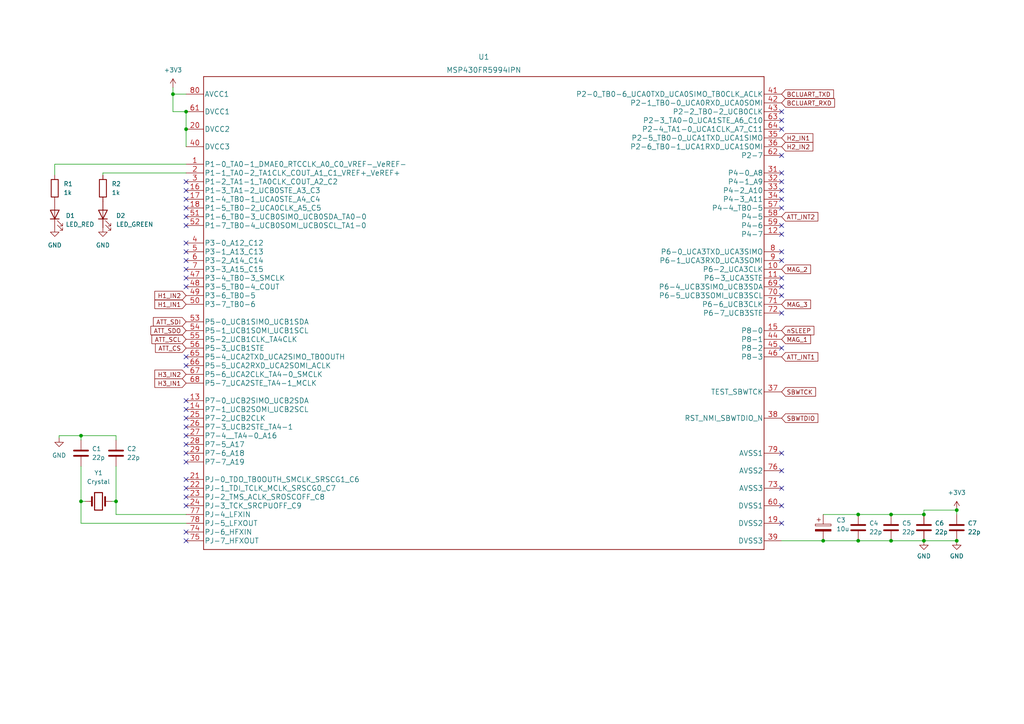
<source format=kicad_sch>
(kicad_sch (version 20211123) (generator eeschema)
  (paper "A4")
  (lib_symbols
    (symbol "Device:C" (pin_numbers hide) (pin_names (offset 0.254))
      (property "Reference" "C" (at 0.635 2.54 0))
      (property "Value" "C" (at 0.635 -2.54 0))
      (symbol "C_0_1"
        (polyline (pts (xy -2.032 -0.762) (xy 2.032 -0.762)) (stroke (width 0.508)))
        (polyline (pts (xy -2.032 0.762) (xy 2.032 0.762)) (stroke (width 0.508)))
      )
      (symbol "C_1_1"
        (pin passive line (at 0 3.81 270) (length 2.794) (name "~") (number "1"))
        (pin passive line (at 0 -3.81 90) (length 2.794) (name "~") (number "2"))
      )
    )
    (symbol "Device:C_Polarized" (pin_numbers hide) (pin_names (offset 0.254))
      (property "Reference" "C" (at 0.635 2.54 0))
      (property "Value" "C_Polarized" (at 0.635 -2.54 0))
      (symbol "C_Polarized_0_1"
        (rectangle (start -2.286 0.508) (end 2.286 1.016))
        (polyline (pts (xy -1.778 2.286) (xy -0.762 2.286)))
        (polyline (pts (xy -1.27 2.794) (xy -1.27 1.778)))
        (rectangle (start 2.286 -0.508) (end -2.286 -1.016) (fill (type outline)))
      )
      (symbol "C_Polarized_1_1"
        (pin passive line (at 0 3.81 270) (length 2.794) (name "~") (number "1"))
        (pin passive line (at 0 -3.81 90) (length 2.794) (name "~") (number "2"))
      )
    )
    (symbol "Device:Crystal" (pin_numbers hide) (pin_names (offset 1.016) hide)
      (property "Reference" "Y" (at 0 3.81 0))
      (property "Value" "Crystal" (at 0 -3.81 0))
      (symbol "Crystal_0_1"
        (rectangle (start -1.143 2.54) (end 1.143 -2.54) (stroke (width 0.3048)))
        (polyline (pts (xy -2.54 0) (xy -1.905 0)))
        (polyline (pts (xy -1.905 -1.27) (xy -1.905 1.27)) (stroke (width 0.508)))
        (polyline (pts (xy 1.905 -1.27) (xy 1.905 1.27)) (stroke (width 0.508)))
        (polyline (pts (xy 2.54 0) (xy 1.905 0)))
      )
      (symbol "Crystal_1_1"
        (pin passive line (at -3.81 0 0) (length 1.27) (name "1") (number "1"))
        (pin passive line (at 3.81 0 180) (length 1.27) (name "2") (number "2"))
      )
    )
    (symbol "Device:LED" (pin_numbers hide) (pin_names (offset 1.016) hide)
      (property "Reference" "D" (at 0 2.54 0))
      (property "Value" "LED" (at 0 -2.54 0))
      (symbol "LED_0_1"
        (polyline (pts (xy -1.27 -1.27) (xy -1.27 1.27)) (stroke (width 0.254)))
        (polyline (pts (xy -1.27 0) (xy 1.27 0)))
        (polyline (pts (xy 1.27 -1.27) (xy 1.27 1.27) (xy -1.27 0) (xy 1.27 -1.27)) (stroke (width 0.254)))
        (polyline (pts (xy -3.048 -0.762) (xy -4.572 -2.286) (xy -3.81 -2.286) (xy -4.572 -2.286) (xy -4.572 -1.524)))
        (polyline (pts (xy -1.778 -0.762) (xy -3.302 -2.286) (xy -2.54 -2.286) (xy -3.302 -2.286) (xy -3.302 -1.524)))
      )
      (symbol "LED_1_1"
        (pin passive line (at -3.81 0 0) (length 2.54) (name "K") (number "1"))
        (pin passive line (at 3.81 0 180) (length 2.54) (name "A") (number "2"))
      )
    )
    (symbol "Device:R" (pin_numbers hide) (pin_names (offset 0))
      (property "Reference" "R" (at 2.032 0 90))
      (property "Value" "R" (at 0 0 90))
      (symbol "R_0_1"
        (rectangle (start -1.016 -2.54) (end 1.016 2.54) (stroke (width 0.254)))
      )
      (symbol "R_1_1"
        (pin passive line (at 0 3.81 270) (length 1.27) (name "~") (number "1"))
        (pin passive line (at 0 -3.81 90) (length 1.27) (name "~") (number "2"))
      )
    )
    (symbol "MSP430FR5994IPN:MSP430FR5994IPN" (pin_names (offset 0.254))
      (property "Reference" "U" (at 0 2.54 0))
      (property "Value" "MSP430FR5994IPN" (at 0 0 0))
      (symbol "MSP430FR5994IPN_1_1"
        (polyline (pts (xy -81.28 -68.58) (xy 81.28 -68.58)) (stroke (width 0.2032)))
        (polyline (pts (xy -81.28 68.58) (xy -81.28 -68.58)) (stroke (width 0.2032)))
        (polyline (pts (xy 81.28 -68.58) (xy 81.28 68.58)) (stroke (width 0.2032)))
        (polyline (pts (xy 81.28 68.58) (xy -81.28 68.58)) (stroke (width 0.2032)))
        (pin bidirectional line (at -86.36 43.18 0) (length 5.08) (name "P1-0_TA0-1_DMAE0_RTCCLK_A0_C0_VREF-_VeREF-") (number "1"))
        (pin bidirectional line (at 86.36 12.7 180) (length 5.08) (name "P6-2_UCA3CLK") (number "10"))
        (pin bidirectional line (at 86.36 10.16 180) (length 5.08) (name "P6-3_UCA3STE") (number "11"))
        (pin bidirectional line (at 86.36 22.86 180) (length 5.08) (name "P4-7") (number "12"))
        (pin bidirectional line (at -86.36 -25.4 0) (length 5.08) (name "P7-0_UCB2SIMO_UCB2SDA") (number "13"))
        (pin bidirectional line (at -86.36 -27.94 0) (length 5.08) (name "P7-1_UCB2SOMI_UCB2SCL") (number "14"))
        (pin bidirectional line (at 86.36 -5.08 180) (length 5.08) (name "P8-0") (number "15"))
        (pin bidirectional line (at -86.36 35.56 0) (length 5.08) (name "P1-3_TA1-2_UCB0STE_A3_C3") (number "16"))
        (pin bidirectional line (at -86.36 33.02 0) (length 5.08) (name "P1-4_TB0-1_UCA0STE_A4_C4") (number "17"))
        (pin bidirectional line (at -86.36 30.48 0) (length 5.08) (name "P1-5_TB0-2_UCA0CLK_A5_C5") (number "18"))
        (pin power_in line (at 86.36 -60.96 180) (length 5.08) (name "DVSS2") (number "19"))
        (pin bidirectional line (at -86.36 40.64 0) (length 5.08) (name "P1-1_TA0-2_TA1CLK_COUT_A1_C1_VREF+_VeREF+") (number "2"))
        (pin power_in line (at -86.36 53.34 0) (length 5.08) (name "DVCC2") (number "20"))
        (pin bidirectional line (at -86.36 -48.26 0) (length 5.08) (name "PJ-0_TDO_TB0OUTH_SMCLK_SRSCG1_C6") (number "21"))
        (pin bidirectional line (at -86.36 -50.8 0) (length 5.08) (name "PJ-1_TDI_TCLK_MCLK_SRSCG0_C7") (number "22"))
        (pin bidirectional line (at -86.36 -53.34 0) (length 5.08) (name "PJ-2_TMS_ACLK_SROSCOFF_C8") (number "23"))
        (pin bidirectional line (at -86.36 -55.88 0) (length 5.08) (name "PJ-3_TCK_SRCPUOFF_C9") (number "24"))
        (pin bidirectional line (at -86.36 -30.48 0) (length 5.08) (name "P7-2_UCB2CLK") (number "25"))
        (pin bidirectional line (at -86.36 -33.02 0) (length 5.08) (name "P7-3_UCB2STE_TA4-1") (number "26"))
        (pin bidirectional line (at -86.36 -35.56 0) (length 5.08) (name "P7-4__TA4-0_A16") (number "27"))
        (pin bidirectional line (at -86.36 -38.1 0) (length 5.08) (name "P7-5_A17") (number "28"))
        (pin bidirectional line (at -86.36 -40.64 0) (length 5.08) (name "P7-6_A18") (number "29"))
        (pin bidirectional line (at -86.36 38.1 0) (length 5.08) (name "P1-2_TA1-1_TA0CLK_COUT_A2_C2") (number "3"))
        (pin bidirectional line (at -86.36 -43.18 0) (length 5.08) (name "P7-7_A19") (number "30"))
        (pin bidirectional line (at 86.36 40.64 180) (length 5.08) (name "P4-0_A8") (number "31"))
        (pin bidirectional line (at 86.36 38.1 180) (length 5.08) (name "P4-1_A9") (number "32"))
        (pin bidirectional line (at 86.36 35.56 180) (length 5.08) (name "P4-2_A10") (number "33"))
        (pin bidirectional line (at 86.36 33.02 180) (length 5.08) (name "P4-3_A11") (number "34"))
        (pin bidirectional line (at 86.36 50.8 180) (length 5.08) (name "P2-5_TB0-0_UCA1TXD_UCA1SIMO") (number "35"))
        (pin bidirectional line (at 86.36 48.26 180) (length 5.08) (name "P2-6_TB0-1_UCA1RXD_UCA1SOMI") (number "36"))
        (pin input line (at 86.36 -22.86 180) (length 5.08) (name "TEST_SBWTCK") (number "37"))
        (pin bidirectional line (at 86.36 -30.48 180) (length 5.08) (name "RST_NMI_SBWTDIO_N") (number "38"))
        (pin power_in line (at 86.36 -66.04 180) (length 5.08) (name "DVSS3") (number "39"))
        (pin bidirectional line (at -86.36 20.32 0) (length 5.08) (name "P3-0_A12_C12") (number "4"))
        (pin power_in line (at -86.36 48.26 0) (length 5.08) (name "DVCC3") (number "40"))
        (pin bidirectional line (at 86.36 63.5 180) (length 5.08) (name "P2-0_TB0-6_UCA0TXD_UCA0SIMO_TB0CLK_ACLK") (number "41"))
        (pin bidirectional line (at 86.36 60.96 180) (length 5.08) (name "P2-1_TB0-0_UCA0RXD_UCA0SOMI") (number "42"))
        (pin bidirectional line (at 86.36 58.42 180) (length 5.08) (name "P2-2_TB0-2_UCB0CLK") (number "43"))
        (pin bidirectional line (at 86.36 -7.62 180) (length 5.08) (name "P8-1") (number "44"))
        (pin bidirectional line (at 86.36 -10.16 180) (length 5.08) (name "P8-2") (number "45"))
        (pin bidirectional line (at 86.36 -12.7 180) (length 5.08) (name "P8-3") (number "46"))
        (pin bidirectional line (at -86.36 10.16 0) (length 5.08) (name "P3-4_TB0-3_SMCLK") (number "47"))
        (pin bidirectional line (at -86.36 7.62 0) (length 5.08) (name "P3-5_TB0-4_COUT") (number "48"))
        (pin bidirectional line (at -86.36 5.08 0) (length 5.08) (name "P3-6_TB0-5") (number "49"))
        (pin bidirectional line (at -86.36 17.78 0) (length 5.08) (name "P3-1_A13_C13") (number "5"))
        (pin bidirectional line (at -86.36 2.54 0) (length 5.08) (name "P3-7_TB0-6") (number "50"))
        (pin bidirectional line (at -86.36 27.94 0) (length 5.08) (name "P1-6_TB0-3_UCB0SIMO_UCB0SDA_TA0-0") (number "51"))
        (pin bidirectional line (at -86.36 25.4 0) (length 5.08) (name "P1-7_TB0-4_UCB0SOMI_UCB0SCL_TA1-0") (number "52"))
        (pin bidirectional line (at -86.36 -2.54 0) (length 5.08) (name "P5-0_UCB1SIMO_UCB1SDA") (number "53"))
        (pin bidirectional line (at -86.36 -5.08 0) (length 5.08) (name "P5-1_UCB1SOMI_UCB1SCL") (number "54"))
        (pin bidirectional line (at -86.36 -7.62 0) (length 5.08) (name "P5-2_UCB1CLK_TA4CLK") (number "55"))
        (pin bidirectional line (at -86.36 -10.16 0) (length 5.08) (name "P5-3_UCB1STE") (number "56"))
        (pin bidirectional line (at 86.36 30.48 180) (length 5.08) (name "P4-4_TB0-5") (number "57"))
        (pin bidirectional line (at 86.36 27.94 180) (length 5.08) (name "P4-5") (number "58"))
        (pin bidirectional line (at 86.36 25.4 180) (length 5.08) (name "P4-6") (number "59"))
        (pin bidirectional line (at -86.36 15.24 0) (length 5.08) (name "P3-2_A14_C14") (number "6"))
        (pin power_in line (at 86.36 -55.88 180) (length 5.08) (name "DVSS1") (number "60"))
        (pin power_in line (at -86.36 58.42 0) (length 5.08) (name "DVCC1") (number "61"))
        (pin bidirectional line (at 86.36 45.72 180) (length 5.08) (name "P2-7") (number "62"))
        (pin bidirectional line (at 86.36 55.88 180) (length 5.08) (name "P2-3_TA0-0_UCA1STE_A6_C10") (number "63"))
        (pin bidirectional line (at 86.36 53.34 180) (length 5.08) (name "P2-4_TA1-0_UCA1CLK_A7_C11") (number "64"))
        (pin bidirectional line (at -86.36 -12.7 0) (length 5.08) (name "P5-4_UCA2TXD_UCA2SIMO_TB0OUTH") (number "65"))
        (pin bidirectional line (at -86.36 -15.24 0) (length 5.08) (name "P5-5_UCA2RXD_UCA2SOMI_ACLK") (number "66"))
        (pin bidirectional line (at -86.36 -17.78 0) (length 5.08) (name "P5-6_UCA2CLK_TA4-0_SMCLK") (number "67"))
        (pin bidirectional line (at -86.36 -20.32 0) (length 5.08) (name "P5-7_UCA2STE_TA4-1_MCLK") (number "68"))
        (pin bidirectional line (at 86.36 7.62 180) (length 5.08) (name "P6-4_UCB3SIMO_UCB3SDA") (number "69"))
        (pin bidirectional line (at -86.36 12.7 0) (length 5.08) (name "P3-3_A15_C15") (number "7"))
        (pin bidirectional line (at 86.36 5.08 180) (length 5.08) (name "P6-5_UCB3SOMI_UCB3SCL") (number "70"))
        (pin bidirectional line (at 86.36 2.54 180) (length 5.08) (name "P6-6_UCB3CLK") (number "71"))
        (pin bidirectional line (at 86.36 0 180) (length 5.08) (name "P6-7_UCB3STE") (number "72"))
        (pin power_in line (at 86.36 -50.8 180) (length 5.08) (name "AVSS3") (number "73"))
        (pin bidirectional line (at -86.36 -63.5 0) (length 5.08) (name "PJ-6_HFXIN") (number "74"))
        (pin bidirectional line (at -86.36 -66.04 0) (length 5.08) (name "PJ-7_HFXOUT") (number "75"))
        (pin power_in line (at 86.36 -45.72 180) (length 5.08) (name "AVSS2") (number "76"))
        (pin bidirectional line (at -86.36 -58.42 0) (length 5.08) (name "PJ-4_LFXIN") (number "77"))
        (pin bidirectional line (at -86.36 -60.96 0) (length 5.08) (name "PJ-5_LFXOUT") (number "78"))
        (pin power_in line (at 86.36 -40.64 180) (length 5.08) (name "AVSS1") (number "79"))
        (pin bidirectional line (at 86.36 17.78 180) (length 5.08) (name "P6-0_UCA3TXD_UCA3SIMO") (number "8"))
        (pin power_in line (at -86.36 63.5 0) (length 5.08) (name "AVCC1") (number "80"))
        (pin bidirectional line (at 86.36 15.24 180) (length 5.08) (name "P6-1_UCA3RXD_UCA3SOMI") (number "9"))
      )
    )
    (symbol "power:+3V3" (power) (pin_names (offset 0))
      (property "Value" "+3V3" (at 0 3.556 0))
      (symbol "+3V3_0_1"
        (polyline (pts (xy -0.762 1.27) (xy 0 2.54)))
        (polyline (pts (xy 0 0) (xy 0 2.54)))
        (polyline (pts (xy 0 2.54) (xy 0.762 1.27)))
      )
      (symbol "+3V3_1_1"
        (pin power_in line (at 0 0 90) (length 0) hide (name "+3V3") (number "1"))
      )
    )
    (symbol "power:GND" (power) (pin_names (offset 0))
      (property "Value" "GND" (at 0 -3.81 0))
      (symbol "GND_0_1"
        (polyline (pts (xy 0 0) (xy 0 -1.27) (xy 1.27 -1.27) (xy 0 -2.54) (xy -1.27 -1.27) (xy 0 -1.27)))
      )
      (symbol "GND_1_1"
        (pin power_in line (at 0 0 270) (length 0) hide (name "GND") (number "1"))
      )
    )
  )
  (junction (at 23.495 145.415))
  (junction (at 277.495 147.955))
  (junction (at 53.975 37.465))
  (junction (at 258.445 156.845))
  (junction (at 267.97 149.225))
  (junction (at 50.165 27.305))
  (junction (at 248.92 156.845))
  (junction (at 277.495 156.845))
  (junction (at 238.76 156.845))
  (junction (at 248.92 149.225))
  (junction (at 33.655 145.415))
  (junction (at 23.495 126.365))
  (junction (at 267.97 156.845))
  (junction (at 53.975 32.385))
  (junction (at 258.445 149.225))
  (no_connect (at 53.975 55.245))
  (no_connect (at 53.975 52.705))
  (no_connect (at 226.695 151.765))
  (no_connect (at 226.695 146.685))
  (no_connect (at 226.695 141.605))
  (no_connect (at 226.695 136.525))
  (no_connect (at 226.695 131.445))
  (no_connect (at 226.695 100.965))
  (no_connect (at 226.695 45.085))
  (no_connect (at 226.695 37.465))
  (no_connect (at 226.695 34.925))
  (no_connect (at 226.695 32.385))
  (no_connect (at 226.695 90.805))
  (no_connect (at 226.695 85.725))
  (no_connect (at 226.695 83.185))
  (no_connect (at 226.695 80.645))
  (no_connect (at 226.695 75.565))
  (no_connect (at 226.695 73.025))
  (no_connect (at 226.695 67.945))
  (no_connect (at 226.695 60.325))
  (no_connect (at 226.695 57.785))
  (no_connect (at 226.695 55.245))
  (no_connect (at 226.695 52.705))
  (no_connect (at 226.695 50.165))
  (no_connect (at 53.975 83.185))
  (no_connect (at 53.975 80.645))
  (no_connect (at 53.975 62.865))
  (no_connect (at 53.975 65.405))
  (no_connect (at 226.695 65.405))
  (no_connect (at 53.975 116.205))
  (no_connect (at 53.975 78.105))
  (no_connect (at 53.975 75.565))
  (no_connect (at 53.975 73.025))
  (no_connect (at 53.975 70.485))
  (no_connect (at 53.975 60.325))
  (no_connect (at 53.975 57.785))
  (no_connect (at 53.975 156.845))
  (no_connect (at 53.975 154.305))
  (no_connect (at 53.975 146.685))
  (no_connect (at 53.975 144.145))
  (no_connect (at 53.975 141.605))
  (no_connect (at 53.975 139.065))
  (no_connect (at 53.975 133.985))
  (no_connect (at 53.975 131.445))
  (no_connect (at 53.975 128.905))
  (no_connect (at 53.975 126.365))
  (no_connect (at 53.975 123.825))
  (no_connect (at 53.975 121.285))
  (no_connect (at 53.975 118.745))
  (no_connect (at 53.975 106.045))
  (no_connect (at 53.975 103.505))
  (wire (pts (xy 50.165 32.385) (xy 53.975 32.385)))
  (wire (pts (xy 258.445 149.225) (xy 267.97 149.225)))
  (wire (pts (xy 248.92 156.845) (xy 258.445 156.845)))
  (wire (pts (xy 17.145 126.365) (xy 17.145 127)))
  (wire (pts (xy 238.76 156.845) (xy 248.92 156.845)))
  (wire (pts (xy 29.845 50.165) (xy 53.975 50.165)))
  (wire (pts (xy 277.495 147.955) (xy 277.495 149.225)))
  (wire (pts (xy 23.495 135.255) (xy 23.495 145.415)))
  (wire (pts (xy 33.655 126.365) (xy 23.495 126.365)))
  (wire (pts (xy 267.97 156.845) (xy 277.495 156.845)))
  (wire (pts (xy 33.655 149.225) (xy 33.655 145.415)))
  (wire (pts (xy 23.495 145.415) (xy 24.765 145.415)))
  (wire (pts (xy 33.655 145.415) (xy 32.385 145.415)))
  (wire (pts (xy 50.165 27.305) (xy 50.165 32.385)))
  (wire (pts (xy 248.92 149.225) (xy 258.445 149.225)))
  (wire (pts (xy 29.845 50.8) (xy 29.845 50.165)))
  (wire (pts (xy 23.495 126.365) (xy 23.495 127.635)))
  (wire (pts (xy 23.495 151.765) (xy 23.495 145.415)))
  (wire (pts (xy 258.445 156.845) (xy 267.97 156.845)))
  (wire (pts (xy 53.975 32.385) (xy 53.975 37.465)))
  (wire (pts (xy 23.495 126.365) (xy 17.145 126.365)))
  (wire (pts (xy 33.655 127.635) (xy 33.655 126.365)))
  (wire (pts (xy 15.875 47.625) (xy 15.875 50.8)))
  (wire (pts (xy 53.975 151.765) (xy 23.495 151.765)))
  (wire (pts (xy 33.655 149.225) (xy 53.975 149.225)))
  (wire (pts (xy 50.165 25.4) (xy 50.165 27.305)))
  (wire (pts (xy 33.655 135.255) (xy 33.655 145.415)))
  (wire (pts (xy 267.97 147.955) (xy 267.97 149.225)))
  (wire (pts (xy 226.695 156.845) (xy 238.76 156.845)))
  (wire (pts (xy 50.165 27.305) (xy 53.975 27.305)))
  (wire (pts (xy 277.495 147.955) (xy 267.97 147.955)))
  (wire (pts (xy 53.975 37.465) (xy 53.975 42.545)))
  (wire (pts (xy 238.76 149.225) (xy 248.92 149.225)))
  (wire (pts (xy 15.875 47.625) (xy 53.975 47.625)))
  (global_label "SBWTDIO" (shape input) (at 226.695 121.285 0) (property "Intersheet References" "${INTERSHEET_REFS}" (effects hide)))
  (global_label "H2_IN1" (shape input) (at 226.695 40.005 0) (property "Intersheet References" "${INTERSHEET_REFS}" (effects hide)))
  (global_label "ATT_SCL" (shape input) (at 53.975 98.425 180) (property "Intersheet References" "${INTERSHEET_REFS}" (effects hide)))
  (global_label "ATT_INT1" (shape input) (at 226.695 103.505 0) (property "Intersheet References" "${INTERSHEET_REFS}" (effects hide)))
  (global_label "MAG_3" (shape input) (at 226.695 88.265 0) (property "Intersheet References" "${INTERSHEET_REFS}" (effects hide)))
  (global_label "MAG_2" (shape input) (at 226.695 78.105 0) (property "Intersheet References" "${INTERSHEET_REFS}" (effects hide)))
  (global_label "ATT_CS" (shape input) (at 53.975 100.965 180) (property "Intersheet References" "${INTERSHEET_REFS}" (effects hide)))
  (global_label "BCLUART_RXD" (shape input) (at 226.695 29.845 0) (property "Intersheet References" "${INTERSHEET_REFS}" (effects hide)))
  (global_label "H1_IN1" (shape input) (at 53.975 88.265 180) (property "Intersheet References" "${INTERSHEET_REFS}" (effects hide)))
  (global_label "H3_IN1" (shape input) (at 53.975 111.125 180) (property "Intersheet References" "${INTERSHEET_REFS}" (effects hide)))
  (global_label "ATT_SDI" (shape input) (at 53.975 93.345 180) (property "Intersheet References" "${INTERSHEET_REFS}" (effects hide)))
  (global_label "ATT_SDO" (shape input) (at 53.975 95.885 180) (property "Intersheet References" "${INTERSHEET_REFS}" (effects hide)))
  (global_label "nSLEEP" (shape input) (at 226.695 95.885 0) (property "Intersheet References" "${INTERSHEET_REFS}" (effects hide)))
  (global_label "SBWTCK" (shape input) (at 226.695 113.665 0) (property "Intersheet References" "${INTERSHEET_REFS}" (effects hide)))
  (global_label "H2_IN2" (shape input) (at 226.695 42.545 0) (property "Intersheet References" "${INTERSHEET_REFS}" (effects hide)))
  (global_label "H3_IN2" (shape input) (at 53.975 108.585 180) (property "Intersheet References" "${INTERSHEET_REFS}" (effects hide)))
  (global_label "MAG_1" (shape input) (at 226.695 98.425 0) (property "Intersheet References" "${INTERSHEET_REFS}" (effects hide)))
  (global_label "BCLUART_TXD" (shape input) (at 226.695 27.305 0) (property "Intersheet References" "${INTERSHEET_REFS}" (effects hide)))
  (global_label "ATT_INT2" (shape input) (at 226.695 62.865 0) (property "Intersheet References" "${INTERSHEET_REFS}" (effects hide)))
  (global_label "H1_IN2" (shape input) (at 53.975 85.725 180) (property "Intersheet References" "${INTERSHEET_REFS}" (effects hide)))
  (symbol (lib_id "Device:LED") (at 29.845 62.23 90) (unit 1)
    (property "Reference" "D2" (at 33.655 62.5474 90) (effects (justify right)))
    (property "Value" "LED_GREEN" (at 33.655 65.0874 90) (effects (justify right)))
    (property "Footprint" "LED_SMD:LED_0805_2012Metric" (effects hide))
  )
  (symbol (lib_id "Device:R") (at 15.875 54.61 0) (unit 1)
    (property "Reference" "R1" (at 18.415 53.3399 0) (effects (justify left)))
    (property "Value" "1k" (at 18.415 55.8799 0) (effects (justify left)))
    (property "Footprint" "Resistor_SMD:R_0805_2012Metric" (effects hide))
  )
  (symbol (lib_id "Device:Crystal") (at 28.575 145.415 0) (unit 1)
    (property "Reference" "Y1" (at 28.575 137.16 0))
    (property "Value" "Crystal" (at 28.575 139.7 0))
    (property "Footprint" "Crystal:Crystal_HC49-4H_Vertical" (effects hide))
  )
  (symbol (lib_id "Device:C") (at 267.97 153.035 0) (unit 1)
    (property "Reference" "C6" (at 271.145 151.7649 0) (effects (justify left)))
    (property "Value" "22p" (at 271.145 154.3049 0) (effects (justify left)))
    (property "Footprint" "Capacitor_SMD:C_0805_2012Metric" (effects hide))
  )
  (symbol (lib_id "power:+3V3") (at 50.165 25.4 0) (unit 1)
    (property "Reference" "#PWR04" (effects hide))
    (property "Value" "+3V3" (at 50.165 20.32 0))
  )
  (symbol (lib_id "MSP430FR5994IPN:MSP430FR5994IPN") (at 140.335 90.805 0) (unit 1)
    (property "Reference" "U1" (at 140.335 16.51 0) (effects (font (size 1.524 1.524))))
    (property "Value" "MSP430FR5994IPN" (at 140.335 20.32 0) (effects (font (size 1.524 1.524))))
    (property "Footprint" "magnetorquer:MSP430FR5994IPN" (effects hide))
  )
  (symbol (lib_id "power:GND") (at 277.495 156.845 0) (unit 1)
    (property "Reference" "#PWR0105" (effects hide))
    (property "Value" "GND" (at 277.495 161.29 0))
  )
  (symbol (lib_id "Device:C") (at 33.655 131.445 0) (unit 1)
    (property "Reference" "C2" (at 36.83 130.1749 0) (effects (justify left)))
    (property "Value" "22p" (at 36.83 132.7149 0) (effects (justify left)))
    (property "Footprint" "Capacitor_SMD:C_0805_2012Metric" (effects hide))
  )
  (symbol (lib_id "Device:R") (at 29.845 54.61 0) (unit 1)
    (property "Reference" "R2" (at 32.385 53.3399 0) (effects (justify left)))
    (property "Value" "1k" (at 32.385 55.8799 0) (effects (justify left)))
    (property "Footprint" "Resistor_SMD:R_0805_2012Metric" (effects hide))
  )
  (symbol (lib_id "Device:C") (at 258.445 153.035 0) (unit 1)
    (property "Reference" "C5" (at 261.62 151.7649 0) (effects (justify left)))
    (property "Value" "22p" (at 261.62 154.3049 0) (effects (justify left)))
    (property "Footprint" "Capacitor_SMD:C_0805_2012Metric" (effects hide))
  )
  (symbol (lib_id "power:+3V3") (at 277.495 147.955 0) (unit 1)
    (property "Reference" "#PWR05" (effects hide))
    (property "Value" "+3V3" (at 277.495 142.875 0))
  )
  (symbol (lib_id "power:GND") (at 17.145 127 0) (unit 1)
    (property "Reference" "#PWR01" (effects hide))
    (property "Value" "GND" (at 17.145 132.08 0))
  )
  (symbol (lib_id "power:GND") (at 15.875 66.04 0) (unit 1)
    (property "Reference" "#PWR02" (effects hide))
    (property "Value" "GND" (at 15.875 71.12 0))
  )
  (symbol (lib_id "Device:C") (at 277.495 153.035 0) (unit 1)
    (property "Reference" "C7" (at 280.67 151.7649 0) (effects (justify left)))
    (property "Value" "22p" (at 280.67 154.3049 0) (effects (justify left)))
    (property "Footprint" "Capacitor_SMD:C_0805_2012Metric" (effects hide))
  )
  (symbol (lib_id "power:GND") (at 29.845 66.04 0) (unit 1)
    (property "Reference" "#PWR03" (effects hide))
    (property "Value" "GND" (at 29.845 71.12 0))
  )
  (symbol (lib_id "power:GND") (at 267.97 156.845 0) (unit 1)
    (property "Reference" "#PWR0104" (effects hide))
    (property "Value" "GND" (at 267.97 161.29 0))
  )
  (symbol (lib_id "Device:C_Polarized") (at 238.76 153.035 0) (unit 1)
    (property "Reference" "C3" (at 242.57 150.8759 0) (effects (justify left)))
    (property "Value" "10u" (at 242.57 153.4159 0) (effects (justify left)))
    (property "Footprint" "Capacitor_SMD:C_0805_2012Metric" (effects hide))
  )
  (symbol (lib_id "Device:C") (at 23.495 131.445 0) (unit 1)
    (property "Reference" "C1" (at 26.67 130.1749 0) (effects (justify left)))
    (property "Value" "22p" (at 26.67 132.7149 0) (effects (justify left)))
    (property "Footprint" "Capacitor_SMD:C_0805_2012Metric" (effects hide))
  )
  (symbol (lib_id "Device:LED") (at 15.875 62.23 90) (unit 1)
    (property "Reference" "D1" (at 19.05 62.5474 90) (effects (justify right)))
    (property "Value" "LED_RED" (at 19.05 65.0874 90) (effects (justify right)))
    (property "Footprint" "LED_SMD:LED_0805_2012Metric" (effects hide))
  )
  (symbol (lib_id "Device:C") (at 248.92 153.035 0) (unit 1)
    (property "Reference" "C4" (at 252.095 151.7649 0) (effects (justify left)))
    (property "Value" "22p" (at 252.095 154.3049 0) (effects (justify left)))
    (property "Footprint" "Capacitor_SMD:C_0805_2012Metric" (effects hide))
  )
  (sheet (at 314.96 50.8) (size 60.325 31.115) (stroke (width 0.1524))
    (property "Sheet name" "connectors" (at 314.96 50.0884 0) (effects (justify left bottom)))
    (property "Sheet file" "connectors.kicad_sch" (at 314.96 82.4996 0) (effects (justify left top)))
  )
  (sheet (at 316.865 105.41) (size 58.42 34.29) (stroke (width 0.1524))
    (property "Sheet name" "sensors" (at 316.865 104.6984 0) (effects (justify left bottom)))
    (property "Sheet file" "sensors.kicad_sch" (at 316.865 140.2846 0) (effects (justify left top)))
  )
)
</source>
